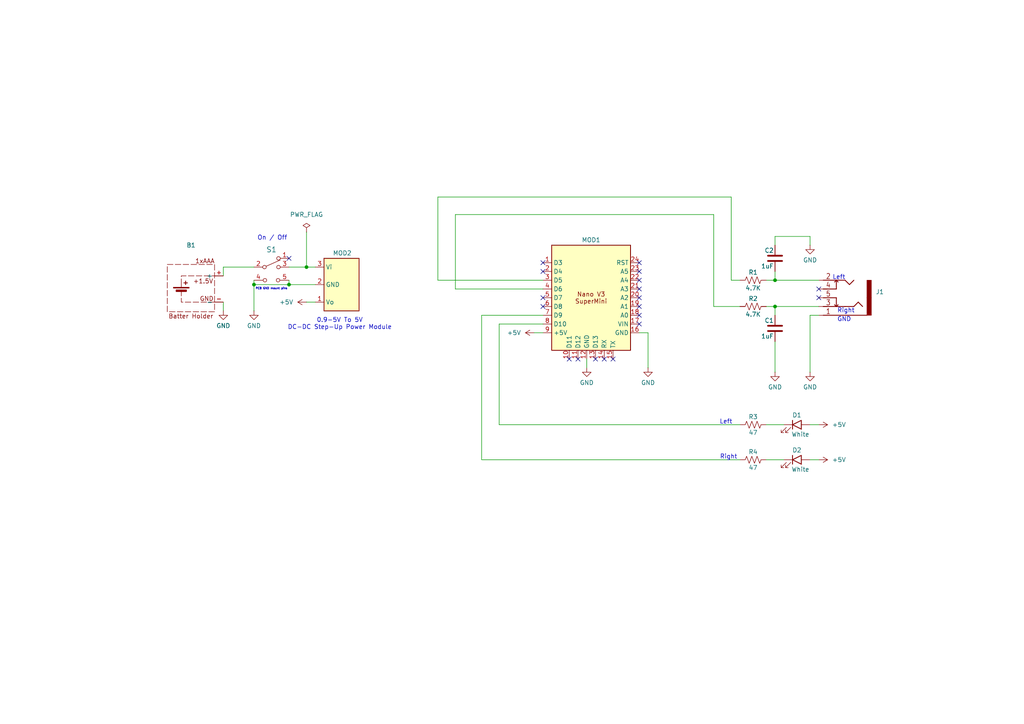
<source format=kicad_sch>
(kicad_sch (version 20231120) (generator "eeschema") (generator_version "8.0")
  (paper "A4")
  (title_block (date "2025-01-10"))
  (lib_symbols
    (symbol "Device:C" (pin_numbers hide) (pin_names (offset 0.254))
      (property "Reference" "C" (at 0.635 2.54 0))
      (property "Value" "C" (at 0.635 -2.54 0))
      (symbol "C_0_1"
        (polyline (pts (xy -2.032 -0.762) (xy 2.032 -0.762)) (stroke (width 0.508)))
        (polyline (pts (xy -2.032 0.762) (xy 2.032 0.762)) (stroke (width 0.508)))
      )
      (symbol "C_1_1"
        (pin passive line (at 0 3.81 270) (length 2.794) (name "~") (number "1"))
        (pin passive line (at 0 -3.81 90) (length 2.794) (name "~") (number "2"))
      )
    )
    (symbol "Device:R_US" (pin_numbers hide) (pin_names (offset 0))
      (property "Reference" "R" (at 2.54 0 90))
      (property "Value" "R_US" (at -2.54 0 90))
      (symbol "R_US_0_1"
        (polyline (pts (xy 0 -2.286) (xy 0 -2.54)))
        (polyline (pts (xy 0 2.286) (xy 0 2.54)))
        (polyline (pts (xy 0 -0.762) (xy 1.016 -1.143) (xy 0 -1.524) (xy -1.016 -1.905) (xy 0 -2.286)))
        (polyline (pts (xy 0 0.762) (xy 1.016 0.381) (xy 0 0) (xy -1.016 -0.381) (xy 0 -0.762)))
        (polyline (pts (xy 0 2.286) (xy 1.016 1.905) (xy 0 1.524) (xy -1.016 1.143) (xy 0 0.762)))
      )
      (symbol "R_US_1_1"
        (pin passive line (at 0 3.81 270) (length 1.27) (name "~") (number "1"))
        (pin passive line (at 0 -3.81 90) (length 1.27) (name "~") (number "2"))
      )
    )
    (symbol "Mitch_Library:1xAAA_Battery_Holder_TH"
      (property "Reference" "B" (at -6.604 8.128 0))
      (symbol "1xAAA_Battery_Holder_TH_0_1"
        (rectangle (start -5.588 0.508) (end -1.016 0.254) (fill (type outline)))
        (rectangle (start -4.826 -0.254) (end -1.778 -0.762) (fill (type outline)))
        (polyline (pts (xy -3.302 -0.508) (xy -3.302 -1.27)))
        (polyline (pts (xy -3.302 0.508) (xy -3.302 1.27)))
        (polyline (pts (xy -2.54 1.778) (xy -1.524 1.778)) (stroke (width 0.254)))
        (polyline (pts (xy -2.032 2.286) (xy -2.032 1.27)) (stroke (width 0.254)))
      )
      (symbol "1xAAA_Battery_Holder_TH_1_1"
        (rectangle (start -7.366 7.112) (end 6.35 -6.604) (stroke (width 0) (type dash)))
        (polyline (pts (xy -3.302 1.27) (xy -3.302 3.81) (xy 6.35 3.81)))
        (polyline (pts (xy 6.35 -3.81) (xy -3.302 -3.81) (xy -3.302 -1.27)))
        (text "+1.5V" (at 3.048 2.286 0) (effects (font (size 1.27 1.27))))
        (text "1xAAA" (at 3.556 8.128 0) (effects (font (size 1.27 1.27))))
        (text "Batter Holder" (at -0.508 -7.874 0) (effects (font (size 1.27 1.27))))
        (text "GND" (at 4.064 -2.794 0) (effects (font (size 1.27 1.27))))
        (pin power_out line (at 8.89 3.81 180) (length 2.54) (name "+") (number "+"))
        (pin power_out line (at 8.89 -3.81 180) (length 2.54) (name "-") (number "-"))
      )
    )
    (symbol "Mitch_Library:5V_DC_DC_Stepup"
      (property "Reference" "MOD" (at 0 9.398 0))
      (symbol "5V_DC_DC_Stepup_0_1"
        (rectangle (start -5.08 7.62) (end 5.08 -7.62) (stroke (width 0.254)) (fill (type background)))
      )
      (symbol "5V_DC_DC_Stepup_1_1"
        (pin power_out line (at -7.62 -5.08 0) (length 2.54) (name "Vo") (number "1"))
        (pin power_in line (at -7.62 0 0) (length 2.54) (name "GND") (number "2"))
        (pin power_in line (at -7.62 5.08 0) (length 2.54) (name "Vi") (number "3"))
      )
    )
    (symbol "Mitch_Library:Arduino_Nano_V3_SuperMini"
      (property "Reference" "MOD" (at 0 12.192 0))
      (symbol "Arduino_Nano_V3_SuperMini_0_1"
        (rectangle (start -11.43 15.24) (end 11.43 -15.24) (stroke (width 0.254)) (fill (type background)))
      )
      (symbol "Arduino_Nano_V3_SuperMini_1_1"
        (text "Nano V3\nSuperMini" (at 0 0 0) (effects (font (size 1.27 1.27))))
        (pin bidirectional line (at -13.97 10.16 0) (length 2.54) (name "D3") (number "1"))
        (pin bidirectional line (at -6.35 -17.78 90) (length 2.54) (name "D11") (number "10"))
        (pin bidirectional line (at -3.81 -17.78 90) (length 2.54) (name "D12") (number "11"))
        (pin power_in line (at -1.27 -17.78 90) (length 2.54) (name "GND") (number "12"))
        (pin bidirectional line (at 1.27 -17.78 90) (length 2.54) (name "D13") (number "13"))
        (pin bidirectional line (at 3.81 -17.78 90) (length 2.54) (name "RX") (number "14"))
        (pin bidirectional line (at 6.35 -17.78 90) (length 2.54) (name "TX") (number "15"))
        (pin power_in line (at 13.97 -10.16 180) (length 2.54) (name "GND") (number "16"))
        (pin power_in line (at 13.97 -7.62 180) (length 2.54) (name "VIN") (number "17"))
        (pin bidirectional line (at 13.97 -5.08 180) (length 2.54) (name "A0") (number "18"))
        (pin bidirectional line (at 13.97 -2.54 180) (length 2.54) (name "A1") (number "19"))
        (pin bidirectional line (at -13.97 7.62 0) (length 2.54) (name "D4") (number "2"))
        (pin bidirectional line (at 13.97 0 180) (length 2.54) (name "A2") (number "20"))
        (pin bidirectional line (at 13.97 2.54 180) (length 2.54) (name "A3") (number "21"))
        (pin bidirectional line (at 13.97 5.08 180) (length 2.54) (name "A4") (number "22"))
        (pin bidirectional line (at 13.97 7.62 180) (length 2.54) (name "A5") (number "23"))
        (pin input line (at 13.97 10.16 180) (length 2.54) (name "RST") (number "24"))
        (pin bidirectional line (at -13.97 5.08 0) (length 2.54) (name "D5") (number "3"))
        (pin bidirectional line (at -13.97 2.54 0) (length 2.54) (name "D6") (number "4"))
        (pin bidirectional line (at -13.97 0 0) (length 2.54) (name "D7") (number "5"))
        (pin bidirectional line (at -13.97 -2.54 0) (length 2.54) (name "D8") (number "6"))
        (pin bidirectional line (at -13.97 -5.08 0) (length 2.54) (name "D9") (number "7"))
        (pin bidirectional line (at -13.97 -7.62 0) (length 2.54) (name "D10") (number "8"))
        (pin input line (at -13.97 -10.16 0) (length 2.54) (name "+5V") (number "9"))
      )
    )
    (symbol "Mitch_Library:LED" (pin_numbers hide) (pin_names (offset 1.016) hide)
      (property "Reference" "D" (at 0 2.54 0))
      (property "Value" "LED" (at 0 -2.54 0))
      (symbol "LED_0_1"
        (polyline (pts (xy -1.27 -1.27) (xy -1.27 1.27)) (stroke (width 0.254)))
        (polyline (pts (xy 1.27 -1.27) (xy 1.27 1.27) (xy -1.27 0) (xy 1.27 -1.27)) (stroke (width 0.254)))
        (polyline (pts (xy -3.048 -0.762) (xy -4.572 -2.286) (xy -3.81 -2.286) (xy -4.572 -2.286) (xy -4.572 -1.524)))
        (polyline (pts (xy -1.778 -0.762) (xy -3.302 -2.286) (xy -2.54 -2.286) (xy -3.302 -2.286) (xy -3.302 -1.524)))
      )
      (symbol "LED_1_1"
        (pin passive line (at 3.81 0 180) (length 2.54) (name "A") (number "1"))
        (pin passive line (at -3.81 0 0) (length 2.54) (name "K") (number "2"))
      )
    )
    (symbol "Mitch_Library:Stereo_switched_audio_jack"
      (property "Reference" "U" (at 0 6.35 0))
      (symbol "Stereo_switched_audio_jack_1_0"
        (polyline (pts (xy -3.81 -3.81) (xy 0 -3.81)) (stroke (width 0.254)))
        (polyline (pts (xy -3.81 3.81) (xy 2.54 3.81)) (stroke (width 0.254)))
        (polyline (pts (xy -0.508 -3.302) (xy 0 -3.81)) (stroke (width 0.254)))
        (polyline (pts (xy -0.508 3.302) (xy 0 3.81)) (stroke (width 0.254)))
        (polyline (pts (xy 0 -3.81) (xy 0 -1.27)) (stroke (width 0.254)))
        (polyline (pts (xy 0 -3.81) (xy 0.508 -3.302)) (stroke (width 0.254)))
        (polyline (pts (xy 0 -1.27) (xy -3.81 -1.27)) (stroke (width 0.254)))
        (polyline (pts (xy 0 1.27) (xy -3.81 1.27)) (stroke (width 0.254)))
        (polyline (pts (xy 0 3.81) (xy 0 1.27)) (stroke (width 0.254)))
        (polyline (pts (xy 0 3.81) (xy 0.508 3.302)) (stroke (width 0.254)))
        (polyline (pts (xy 2.54 -3.81) (xy 5.08 -3.81)) (stroke (width 0.254)))
        (polyline (pts (xy 2.54 3.81) (xy 3.81 2.54)) (stroke (width 0.254)))
        (polyline (pts (xy 3.81 2.54) (xy 5.08 3.81)) (stroke (width 0.254)))
        (polyline (pts (xy 5.08 -3.81) (xy 6.35 -2.54)) (stroke (width 0.254)))
        (polyline (pts (xy 6.35 -2.54) (xy 7.62 -3.81)) (stroke (width 0.254)))
        (polyline (pts (xy 8.89 -6.35) (xy -3.81 -6.35)) (stroke (width 0.254)))
        (rectangle (start 8.89 -6.35) (end 10.16 -1.27) (fill (type outline)))
        (rectangle (start 8.89 -1.27) (end 10.16 3.81) (fill (type outline)))
        (text "1" (at -3.048 -6.096 0) (effects (font (size 1.524 1.2954)) (justify left bottom)))
        (text "2" (at -3.048 4.064 0) (effects (font (size 1.524 1.2954)) (justify left bottom)))
        (text "3" (at -3.048 -3.556 0) (effects (font (size 1.524 1.2954)) (justify left bottom)))
        (text "4" (at -3.048 1.524 0) (effects (font (size 1.524 1.2954)) (justify left bottom)))
        (text "5" (at -3.048 -1.016 0) (effects (font (size 1.524 1.2954)) (justify left bottom)))
        (pin power_in line (at -5.08 -6.35 0) (length 2.54) (name "GND") (number "1"))
        (pin passive line (at -5.08 3.81 0) (length 2.54) (name "Tip") (number "2"))
        (pin passive line (at -5.08 -3.81 0) (length 2.54) (name "Ring") (number "3"))
        (pin passive line (at -5.08 1.27 0) (length 2.54) (name "Tip_Switch") (number "4"))
        (pin passive line (at -5.08 -1.27 0) (length 2.54) (name "Ring_Switch") (number "5"))
      )
      (symbol "Stereo_switched_audio_jack_1_1"
        (polyline (pts (xy 2.54 -3.81) (xy 0 -3.81)) (stroke (width 0.254)))
      )
    )
    (symbol "Mitch_Library:Switch_SPST_slide_with_PCB_mounts" (pin_names (offset 0) hide)
      (property "Reference" "S4" (at -1.27 3.81 0))
      (symbol "Switch_SPST_slide_with_PCB_mounts_0_0"
        (circle (center -2.032 0) (radius 0.508))
        (circle (center -1.905 -3.81) (radius 0.508))
        (polyline (pts (xy -1.524 0.254) (xy 2.545 2.0588)))
        (circle (center 1.905 -3.81) (radius 0.508))
        (circle (center 2.032 0) (radius 0.508))
        (circle (center 2.032 2.54) (radius 0.508))
      )
      (symbol "Switch_SPST_slide_with_PCB_mounts_1_1"
        (pin passive line (at 5.08 2.54 180) (length 2.54) (name "1") (number "1"))
        (pin passive line (at -5.08 0 0) (length 2.54) (name "2") (number "2"))
        (pin passive line (at 5.08 0 180) (length 2.54) (name "3") (number "3"))
        (pin power_in line (at -5.08 -3.81 0) (length 2.54) (name "GND") (number "4"))
        (pin power_in line (at 5.08 -3.81 180) (length 2.54) (name "GND") (number "5"))
      )
    )
    (symbol "power:+5V" (power) (pin_numbers hide) (pin_names (offset 0) hide)
      (property "Value" "+5V" (at 0 3.556 0))
      (symbol "+5V_0_1"
        (polyline (pts (xy -0.762 1.27) (xy 0 2.54)))
        (polyline (pts (xy 0 0) (xy 0 2.54)))
        (polyline (pts (xy 0 2.54) (xy 0.762 1.27)))
      )
      (symbol "+5V_1_1"
        (pin power_in line (at 0 0 90) (length 0) (name "~") (number "1"))
      )
    )
    (symbol "power:GND" (power) (pin_numbers hide) (pin_names (offset 0) hide)
      (property "Value" "GND" (at 0 -3.81 0))
      (symbol "GND_0_1"
        (polyline (pts (xy 0 0) (xy 0 -1.27) (xy 1.27 -1.27) (xy 0 -2.54) (xy -1.27 -1.27) (xy 0 -1.27)))
      )
      (symbol "GND_1_1"
        (pin power_in line (at 0 0 270) (length 0) (name "~") (number "1"))
      )
    )
    (symbol "power:PWR_FLAG" (power) (pin_numbers hide) (pin_names (offset 0) hide)
      (property "Value" "PWR_FLAG" (at 0 3.81 0))
      (symbol "PWR_FLAG_0_0"
        (pin power_out line (at 0 0 90) (length 0) (name "~") (number "1"))
      )
      (symbol "PWR_FLAG_0_1"
        (polyline (pts (xy 0 0) (xy 0 1.27) (xy -1.016 1.905) (xy 0 2.54) (xy 1.016 1.905) (xy 0 1.27)))
      )
    )
  )
  (junction (at 83.82 82.55))
  (junction (at 88.9 77.47))
  (junction (at 224.79 81.28))
  (junction (at 73.66 82.55))
  (junction (at 224.79 88.9))
  (no_connect (at 177.8 104.14))
  (no_connect (at 185.42 76.2))
  (no_connect (at 157.48 88.9))
  (no_connect (at 185.42 81.28))
  (no_connect (at 157.48 76.2))
  (no_connect (at 237.49 83.82))
  (no_connect (at 157.48 86.36))
  (no_connect (at 167.64 104.14))
  (no_connect (at 185.42 86.36))
  (no_connect (at 157.48 78.74))
  (no_connect (at 185.42 93.98))
  (no_connect (at 185.42 83.82))
  (no_connect (at 185.42 88.9))
  (no_connect (at 185.42 78.74))
  (no_connect (at 175.26 104.14))
  (no_connect (at 237.49 86.36))
  (no_connect (at 172.72 104.14))
  (no_connect (at 165.1 104.14))
  (no_connect (at 185.42 91.44))
  (no_connect (at 83.82 74.93))
  (wire (pts (xy 234.95 123.19) (xy 237.49 123.19)))
  (wire (pts (xy 73.66 82.55) (xy 73.66 90.17)))
  (wire (pts (xy 157.48 83.82) (xy 132.08 83.82)))
  (wire (pts (xy 73.66 82.55) (xy 83.82 82.55)))
  (wire (pts (xy 212.09 57.15) (xy 212.09 81.28)))
  (wire (pts (xy 154.94 96.52) (xy 157.48 96.52)))
  (wire (pts (xy 224.79 99.06) (xy 224.79 107.95)))
  (wire (pts (xy 212.09 81.28) (xy 214.63 81.28)))
  (wire (pts (xy 73.66 77.47) (xy 64.77 77.47)))
  (wire (pts (xy 132.08 83.82) (xy 132.08 62.23)))
  (wire (pts (xy 234.95 133.35) (xy 237.49 133.35)))
  (wire (pts (xy 64.77 77.47) (xy 64.77 80.01)))
  (wire (pts (xy 237.49 91.44) (xy 234.95 91.44)))
  (wire (pts (xy 132.08 62.23) (xy 207.01 62.23)))
  (wire (pts (xy 224.79 68.58) (xy 234.95 68.58)))
  (wire (pts (xy 224.79 71.12) (xy 224.79 68.58)))
  (wire (pts (xy 157.48 91.44) (xy 139.7 91.44)))
  (wire (pts (xy 139.7 91.44) (xy 139.7 133.35)))
  (wire (pts (xy 187.96 96.52) (xy 187.96 106.68)))
  (wire (pts (xy 207.01 62.23) (xy 207.01 88.9)))
  (wire (pts (xy 64.77 87.63) (xy 64.77 90.17)))
  (wire (pts (xy 91.44 77.47) (xy 88.9 77.47)))
  (wire (pts (xy 222.25 88.9) (xy 224.79 88.9)))
  (wire (pts (xy 73.66 81.28) (xy 73.66 82.55)))
  (wire (pts (xy 224.79 78.74) (xy 224.79 81.28)))
  (wire (pts (xy 234.95 68.58) (xy 234.95 71.12)))
  (wire (pts (xy 88.9 87.63) (xy 91.44 87.63)))
  (wire (pts (xy 222.25 133.35) (xy 227.33 133.35)))
  (wire (pts (xy 83.82 82.55) (xy 91.44 82.55)))
  (wire (pts (xy 224.79 81.28) (xy 237.49 81.28)))
  (wire (pts (xy 144.78 93.98) (xy 157.48 93.98)))
  (wire (pts (xy 83.82 81.28) (xy 83.82 82.55)))
  (wire (pts (xy 144.78 123.19) (xy 214.63 123.19)))
  (wire (pts (xy 88.9 77.47) (xy 83.82 77.47)))
  (wire (pts (xy 139.7 133.35) (xy 214.63 133.35)))
  (wire (pts (xy 222.25 123.19) (xy 227.33 123.19)))
  (wire (pts (xy 185.42 96.52) (xy 187.96 96.52)))
  (wire (pts (xy 170.18 104.14) (xy 170.18 106.68)))
  (wire (pts (xy 222.25 81.28) (xy 224.79 81.28)))
  (wire (pts (xy 88.9 67.31) (xy 88.9 77.47)))
  (wire (pts (xy 224.79 88.9) (xy 224.79 91.44)))
  (wire (pts (xy 127 57.15) (xy 212.09 57.15)))
  (wire (pts (xy 234.95 91.44) (xy 234.95 107.95)))
  (wire (pts (xy 224.79 88.9) (xy 237.49 88.9)))
  (wire (pts (xy 207.01 88.9) (xy 214.63 88.9)))
  (wire (pts (xy 144.78 93.98) (xy 144.78 123.19)))
  (wire (pts (xy 127 81.28) (xy 157.48 81.28)))
  (wire (pts (xy 127 81.28) (xy 127 57.15)))
  (text "On / Off" (at 78.994 69.088 0) (effects (font (size 1.27 1.27))))
  (text "GND" (at 244.856 92.71 0) (effects (font (size 1.27 1.27))))
  (text "Right" (at 245.364 90.17 0) (effects (font (size 1.27 1.27))))
  (text "Right" (at 211.328 132.588 0) (effects (font (size 1.27 1.27))))
  (text "0.9-5V To 5V\nDC-DC Step-Up Power Module" (at 98.552 93.98 0) (effects (font (size 1.27 1.27))))
  (text "Left" (at 243.332 80.518 0) (effects (font (size 1.27 1.27))))
  (text "Left" (at 210.566 122.428 0) (effects (font (size 1.27 1.27))))
  (text "PCB GND mount pins" (at 78.74 83.82 0) (effects (font (size 0.57 0.57))))
  (symbol (lib_id "Mitch_Library:Arduino_Nano_V3_SuperMini") (at 171.45 86.36 0) (unit 1)
    (property "Reference" "MOD1" (at 171.45 69.596 0))
    (property "Footprint" "Mitch_Library:Nano_V3_SuperMini" (effects (hide yes)))
    (property "Description" "NANO V3.0 / Nano SuperMini Type-C, ATmega328P, CH340 Serial Port" (effects (hide yes)))
    (property "url" "https://www.aliexpress.com/item/1005006468917096.html" (effects (hide yes)))
  )
  (symbol (lib_id "Mitch_Library:LED") (at 231.14 123.19 0) (unit 1)
    (property "Reference" "D1" (at 231.14 120.396 0))
    (property "Value" "White" (at 232.156 125.984 0))
    (property "Footprint" "Mitch_Library:LEDs_with_wires" (effects (hide yes)))
    (property "Datasheet" "1206 White with 30cm leads" (effects (hide yes)))
    (property "Description" "Light emitting diode" (effects (hide yes)))
    (property "url" "https://www.aliexpress.com/item/1005005180782404.html" (effects (hide yes)))
  )
  (symbol (lib_id "Device:R_US") (at 218.44 81.28 90) (unit 1)
    (property "Reference" "R1" (at 218.44 78.994 90))
    (property "Value" "4.7K" (at 218.44 83.566 90))
    (property "Footprint" "Mitch_Library:Resistor_THT_0.25W" (effects (hide yes)))
    (property "Description" "Resistor, US symbol" (effects (hide yes)))
  )
  (symbol (lib_id "Device:C") (at 224.79 74.93 0) (unit 1)
    (property "Reference" "C2" (at 221.742 72.644 0) (effects (justify left)))
    (property "Value" "1uF" (at 220.726 77.216 0) (effects (justify left)))
    (property "Footprint" "Mitch_Library:Cap_THT_0.5mm" (effects (hide yes)))
    (property "Description" "Unpolarized capacitor" (effects (hide yes)))
    (property "url" "https://www.aliexpress.com/item/1005006779043359.html" (effects (hide yes)))
  )
  (symbol (lib_id "power:GND") (at 187.96 106.68 0) (unit 1)
    (property "Reference" "#PWR03" (effects (hide yes)))
    (property "Value" "GND" (at 187.96 110.998 0))
    (property "Description" "Power symbol creates a global label with name \"GND\" , ground" (effects (hide yes)))
  )
  (symbol (lib_id "power:GND") (at 234.95 107.95 0) (unit 1)
    (property "Reference" "#PWR05" (effects (hide yes)))
    (property "Value" "GND" (at 234.95 112.268 0))
    (property "Description" "Power symbol creates a global label with name \"GND\" , ground" (effects (hide yes)))
  )
  (symbol (lib_id "Device:R_US") (at 218.44 123.19 90) (unit 1)
    (property "Reference" "R3" (at 218.44 120.904 90))
    (property "Value" "47" (at 218.44 125.476 90))
    (property "Footprint" "Mitch_Library:Resistor_THT_0.25W" (effects (hide yes)))
    (property "Description" "Resistor, US symbol" (effects (hide yes)))
  )
  (symbol (lib_id "Mitch_Library:5V_DC_DC_Stepup") (at 99.06 82.55 0) (unit 1)
    (property "Reference" "MOD2" (at 96.52 73.406 0) (effects (justify left)))
    (property "Footprint" "Mitch_Library:0.9-5V_To_5V_DC-DC_Step-Up_Power_Module" (effects (hide yes)))
    (property "Description" "0.9-5V To 5V DC-DC Step-Up Power Module" (effects (hide yes)))
    (property "url" "https://www.aliexpress.com/item/1005003932299815.html" (effects (hide yes)))
  )
  (symbol (lib_id "power:+5V") (at 154.94 96.52 90) (unit 1)
    (property "Reference" "#PWR09" (effects (hide yes)))
    (property "Value" "+5V" (at 151.13 96.5199 90) (effects (justify left)))
    (property "Description" "Power symbol creates a global label with name \"+5V\"" (effects (hide yes)))
  )
  (symbol (lib_id "Mitch_Library:1xAAA_Battery_Holder_TH") (at 55.88 83.82 0) (unit 1)
    (property "Reference" "B1" (at 55.4064 71.12 0))
    (property "Footprint" "Mitch_Library:Battery_Holder_Keystone_2466_1xAAA_TH" (effects (hide yes)))
    (property "Description" "1xAAA Battery Holder" (effects (hide yes)))
    (property "url" "https://www.aliexpress.com/item/1005006156901202.html" (effects (hide yes)))
  )
  (symbol (lib_id "power:PWR_FLAG") (at 88.9 67.31 0) (unit 1)
    (property "Reference" "#FLG01" (effects (hide yes)))
    (property "Value" "PWR_FLAG" (at 88.9 62.23 0))
    (property "Description" "Special symbol for telling ERC where power comes from" (effects (hide yes)))
  )
  (symbol (lib_id "power:GND") (at 73.66 90.17 0) (unit 1)
    (property "Reference" "#PWR04" (effects (hide yes)))
    (property "Value" "GND" (at 73.66 94.488 0))
    (property "Description" "Power symbol creates a global label with name \"GND\" , ground" (effects (hide yes)))
  )
  (symbol (lib_id "Device:R_US") (at 218.44 133.35 90) (unit 1)
    (property "Reference" "R4" (at 218.44 131.064 90))
    (property "Value" "47" (at 218.44 135.636 90))
    (property "Footprint" "Mitch_Library:Resistor_THT_0.25W" (effects (hide yes)))
    (property "Description" "Resistor, US symbol" (effects (hide yes)))
  )
  (symbol (lib_id "power:+5V") (at 237.49 133.35 270) (unit 1)
    (property "Reference" "#PWR011" (effects (hide yes)))
    (property "Value" "+5V" (at 241.3 133.3499 90) (effects (justify left)))
    (property "Description" "Power symbol creates a global label with name \"+5V\"" (effects (hide yes)))
  )
  (symbol (lib_id "power:GND") (at 224.79 107.95 0) (unit 1)
    (property "Reference" "#PWR06" (effects (hide yes)))
    (property "Value" "GND" (at 224.79 112.268 0))
    (property "Description" "Power symbol creates a global label with name \"GND\" , ground" (effects (hide yes)))
  )
  (symbol (lib_id "Device:C") (at 224.79 95.25 0) (unit 1)
    (property "Reference" "C1" (at 221.742 92.964 0) (effects (justify left)))
    (property "Value" "1uF" (at 220.726 97.536 0) (effects (justify left)))
    (property "Footprint" "Mitch_Library:Cap_THT_0.5mm" (effects (hide yes)))
    (property "Description" "Unpolarized capacitor" (effects (hide yes)))
    (property "url" "https://www.aliexpress.com/item/1005006779043359.html" (effects (hide yes)))
  )
  (symbol (lib_id "power:GND") (at 170.18 106.68 0) (unit 1)
    (property "Reference" "#PWR02" (effects (hide yes)))
    (property "Value" "GND" (at 170.18 110.998 0))
    (property "Description" "Power symbol creates a global label with name \"GND\" , ground" (effects (hide yes)))
  )
  (symbol (lib_id "power:GND") (at 64.77 90.17 0) (unit 1)
    (property "Reference" "#PWR01" (effects (hide yes)))
    (property "Value" "GND" (at 64.77 94.488 0))
    (property "Description" "Power symbol creates a global label with name \"GND\" , ground" (effects (hide yes)))
  )
  (symbol (lib_id "power:GND") (at 234.95 71.12 0) (unit 1)
    (property "Reference" "#PWR07" (effects (hide yes)))
    (property "Value" "GND" (at 234.95 75.438 0))
    (property "Description" "Power symbol creates a global label with name \"GND\" , ground" (effects (hide yes)))
  )
  (symbol (lib_id "power:+5V") (at 88.9 87.63 90) (unit 1)
    (property "Reference" "#PWR08" (effects (hide yes)))
    (property "Value" "+5V" (at 85.09 87.6299 90) (effects (justify left)))
    (property "Description" "Power symbol creates a global label with name \"+5V\"" (effects (hide yes)))
  )
  (symbol (lib_id "Mitch_Library:Stereo_switched_audio_jack") (at 242.57 85.09 0) (unit 1)
    (property "Reference" "J1" (at 254 84.6565 0) (effects (justify left)))
    (property "Footprint" "Mitch_Library:3.5mm_CUI_SJ1-3525NG_Horizontal" (effects (hide yes)))
    (property "Description" "Stereo switched 3.5 audio jack" (effects (hide yes)))
    (property "url" "https://www.aliexpress.com/item/1005005796606716.html" (effects (hide yes)))
  )
  (symbol (lib_id "power:+5V") (at 237.49 123.19 270) (unit 1)
    (property "Reference" "#PWR010" (effects (hide yes)))
    (property "Value" "+5V" (at 241.3 123.1899 90) (effects (justify left)))
    (property "Description" "Power symbol creates a global label with name \"+5V\"" (effects (hide yes)))
  )
  (symbol (lib_id "Mitch_Library:LED") (at 231.14 133.35 0) (unit 1)
    (property "Reference" "D2" (at 231.14 130.556 0))
    (property "Value" "White" (at 232.156 136.144 0))
    (property "Footprint" "Mitch_Library:LEDs_with_wires" (effects (hide yes)))
    (property "Datasheet" "1206 White with 30cm leads" (effects (hide yes)))
    (property "Description" "Light emitting diode" (effects (hide yes)))
    (property "url" "https://www.aliexpress.com/item/1005005180782404.html" (effects (hide yes)))
  )
  (symbol (lib_id "Device:R_US") (at 218.44 88.9 90) (unit 1)
    (property "Reference" "R2" (at 218.44 86.614 90))
    (property "Value" "4.7K" (at 218.44 91.186 90))
    (property "Footprint" "Mitch_Library:Resistor_THT_0.25W" (effects (hide yes)))
    (property "Description" "Resistor, US symbol" (effects (hide yes)))
  )
  (symbol (lib_id "Mitch_Library:Switch_SPST_slide_with_PCB_mounts") (at 78.74 77.47 0) (unit 1)
    (property "Reference" "S1" (at 78.7425 72.39 0) (effects (font (size 1.5113 1.5113))))
    (property "Value" "SPST, 5-pin" (effects (hide yes)))
    (property "Footprint" "Mitch_Library:SPST_Slide_Switch_5-pin" (effects (hide yes)))
    (property "Datasheet" "https://www.mouser.de/datasheet/2/240/os-3050996.pdf" (effects (hide yes)))
    (property "Description" "SPST slide switch with PCB mounting holes" (effects (hide yes)))
    (property "url" "https://www.aliexpress.com/item/1005007585395420.html" (effects (hide yes)))
  )
)
</source>
